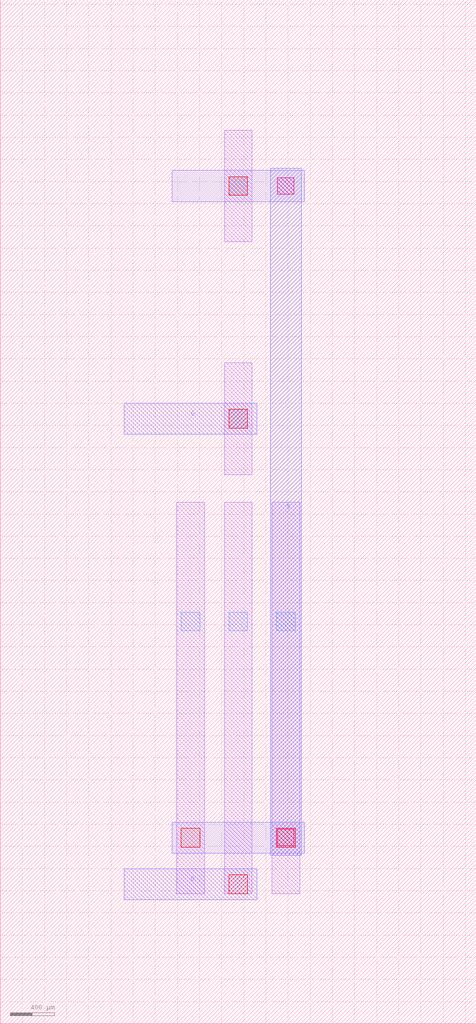
<source format=lef>
MACRO NMOS_S_22639876_X1_Y1
  UNITS 
    DATABASE MICRONS UNITS 1000;
  END UNITS 
  ORIGIN 0 0 ;
  FOREIGN NMOS_S_22639876_X1_Y1 0 0 ;
  SIZE 4300 BY 9240 ;
  PIN D
    DIRECTION INOUT ;
    USE SIGNAL ;
    PORT
      LAYER M2 ;
        RECT 1120 1120 2320 1400 ;
    END
  END D
  PIN G
    DIRECTION INOUT ;
    USE SIGNAL ;
    PORT
      LAYER M2 ;
        RECT 1120 5320 2320 5600 ;
    END
  END G
  PIN S
    DIRECTION INOUT ;
    USE SIGNAL ;
    PORT
      LAYER M3 ;
        RECT 2440 1520 2720 7720 ;
    END
  END S
  OBS
    LAYER M1 ;
      RECT 2025 1175 2275 4705 ;
    LAYER M1 ;
      RECT 2025 4955 2275 5965 ;
    LAYER M1 ;
      RECT 2025 7055 2275 8065 ;
    LAYER M1 ;
      RECT 1595 1175 1845 4705 ;
    LAYER M1 ;
      RECT 2455 1175 2705 4705 ;
    LAYER M2 ;
      RECT 1550 7420 2750 7700 ;
    LAYER M2 ;
      RECT 1550 1540 2750 1820 ;
    LAYER V1 ;
      RECT 2065 1175 2235 1345 ;
    LAYER V1 ;
      RECT 2065 5375 2235 5545 ;
    LAYER V1 ;
      RECT 2065 7475 2235 7645 ;
    LAYER V1 ;
      RECT 1635 1595 1805 1765 ;
    LAYER V1 ;
      RECT 2495 1595 2665 1765 ;
    LAYER V2 ;
      RECT 2505 1605 2655 1755 ;
    LAYER V2 ;
      RECT 2505 7485 2655 7635 ;
    LAYER V0 ;
      RECT 2065 3545 2235 3715 ;
    LAYER V0 ;
      RECT 2065 5375 2235 5545 ;
    LAYER V0 ;
      RECT 2065 7475 2235 7645 ;
    LAYER V0 ;
      RECT 1635 3545 1805 3715 ;
    LAYER V0 ;
      RECT 2495 3545 2665 3715 ;
  END
END NMOS_S_22639876_X1_Y1

</source>
